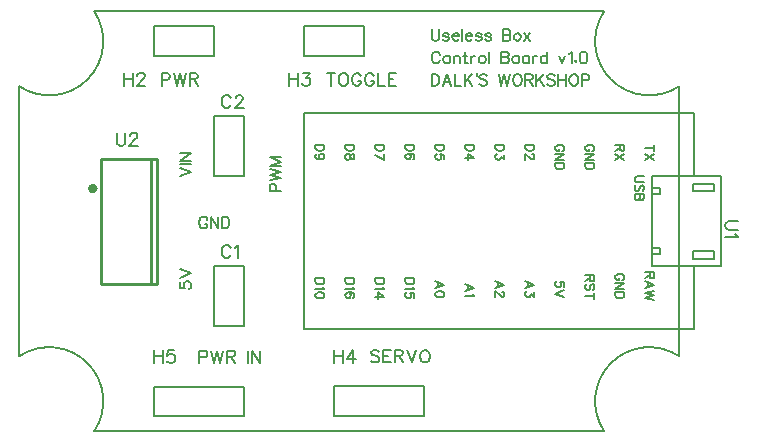
<source format=gto>
G04 Layer: TopSilkscreenLayer*
G04 EasyEDA v6.5.22, 2023-02-27 20:34:50*
G04 caa8996452b24255bb9f00db4a7e08d3,da3b0543d5484e77bd98afd5aefff037,10*
G04 Gerber Generator version 0.2*
G04 Scale: 100 percent, Rotated: No, Reflected: No *
G04 Dimensions in millimeters *
G04 leading zeros omitted , absolute positions ,4 integer and 5 decimal *
%FSLAX45Y45*%
%MOMM*%

%ADD10C,0.2032*%
%ADD11C,0.1524*%
%ADD12C,0.2000*%
%ADD13C,0.2007*%
%ADD14C,0.2540*%
%ADD15C,0.4000*%
%ADD16C,0.0127*%

%LPD*%
D10*
X3619500Y3148837D02*
G01*
X3619500Y3053334D01*
X3619500Y3148837D02*
G01*
X3651250Y3148837D01*
X3664965Y3144265D01*
X3674109Y3135376D01*
X3678681Y3126231D01*
X3683254Y3112515D01*
X3683254Y3089910D01*
X3678681Y3076194D01*
X3674109Y3067050D01*
X3664965Y3057905D01*
X3651250Y3053334D01*
X3619500Y3053334D01*
X3749547Y3148837D02*
G01*
X3713225Y3053334D01*
X3749547Y3148837D02*
G01*
X3785870Y3053334D01*
X3726688Y3085337D02*
G01*
X3772154Y3085337D01*
X3815841Y3148837D02*
G01*
X3815841Y3053334D01*
X3815841Y3053334D02*
G01*
X3870452Y3053334D01*
X3900424Y3148837D02*
G01*
X3900424Y3053334D01*
X3963924Y3148837D02*
G01*
X3900424Y3085337D01*
X3923029Y3107944D02*
G01*
X3963924Y3053334D01*
X4003040Y3162554D02*
G01*
X4003040Y3135376D01*
X4087622Y3135376D02*
G01*
X4078477Y3144265D01*
X4065015Y3148837D01*
X4046727Y3148837D01*
X4033011Y3144265D01*
X4024122Y3135376D01*
X4024122Y3126231D01*
X4028693Y3117087D01*
X4033011Y3112515D01*
X4042156Y3107944D01*
X4069588Y3098800D01*
X4078477Y3094481D01*
X4083050Y3089910D01*
X4087622Y3080765D01*
X4087622Y3067050D01*
X4078477Y3057905D01*
X4065015Y3053334D01*
X4046727Y3053334D01*
X4033011Y3057905D01*
X4024122Y3067050D01*
X4187697Y3148837D02*
G01*
X4210304Y3053334D01*
X4233163Y3148837D02*
G01*
X4210304Y3053334D01*
X4233163Y3148837D02*
G01*
X4255770Y3053334D01*
X4278629Y3148837D02*
G01*
X4255770Y3053334D01*
X4335779Y3148837D02*
G01*
X4326890Y3144265D01*
X4317745Y3135376D01*
X4313174Y3126231D01*
X4308602Y3112515D01*
X4308602Y3089910D01*
X4313174Y3076194D01*
X4317745Y3067050D01*
X4326890Y3057905D01*
X4335779Y3053334D01*
X4354068Y3053334D01*
X4363211Y3057905D01*
X4372102Y3067050D01*
X4376674Y3076194D01*
X4381245Y3089910D01*
X4381245Y3112515D01*
X4376674Y3126231D01*
X4372102Y3135376D01*
X4363211Y3144265D01*
X4354068Y3148837D01*
X4335779Y3148837D01*
X4411218Y3148837D02*
G01*
X4411218Y3053334D01*
X4411218Y3148837D02*
G01*
X4452111Y3148837D01*
X4465827Y3144265D01*
X4470400Y3139694D01*
X4474972Y3130804D01*
X4474972Y3121660D01*
X4470400Y3112515D01*
X4465827Y3107944D01*
X4452111Y3103371D01*
X4411218Y3103371D01*
X4443222Y3103371D02*
G01*
X4474972Y3053334D01*
X4504943Y3148837D02*
G01*
X4504943Y3053334D01*
X4568697Y3148837D02*
G01*
X4504943Y3085337D01*
X4527804Y3107944D02*
G01*
X4568697Y3053334D01*
X4662170Y3135376D02*
G01*
X4653025Y3144265D01*
X4639563Y3148837D01*
X4621275Y3148837D01*
X4607559Y3144265D01*
X4598670Y3135376D01*
X4598670Y3126231D01*
X4603241Y3117087D01*
X4607559Y3112515D01*
X4616704Y3107944D01*
X4644136Y3098800D01*
X4653025Y3094481D01*
X4657597Y3089910D01*
X4662170Y3080765D01*
X4662170Y3067050D01*
X4653025Y3057905D01*
X4639563Y3053334D01*
X4621275Y3053334D01*
X4607559Y3057905D01*
X4598670Y3067050D01*
X4692141Y3148837D02*
G01*
X4692141Y3053334D01*
X4755895Y3148837D02*
G01*
X4755895Y3053334D01*
X4692141Y3103371D02*
G01*
X4755895Y3103371D01*
X4813045Y3148837D02*
G01*
X4804156Y3144265D01*
X4795011Y3135376D01*
X4790440Y3126231D01*
X4785868Y3112515D01*
X4785868Y3089910D01*
X4790440Y3076194D01*
X4795011Y3067050D01*
X4804156Y3057905D01*
X4813045Y3053334D01*
X4831334Y3053334D01*
X4840477Y3057905D01*
X4849622Y3067050D01*
X4853940Y3076194D01*
X4858511Y3089910D01*
X4858511Y3112515D01*
X4853940Y3126231D01*
X4849622Y3135376D01*
X4840477Y3144265D01*
X4831334Y3148837D01*
X4813045Y3148837D01*
X4888484Y3148837D02*
G01*
X4888484Y3053334D01*
X4888484Y3148837D02*
G01*
X4929377Y3148837D01*
X4943093Y3144265D01*
X4947665Y3139694D01*
X4952238Y3130804D01*
X4952238Y3117087D01*
X4947665Y3107944D01*
X4943093Y3103371D01*
X4929377Y3098800D01*
X4888484Y3098800D01*
X3619500Y3529837D02*
G01*
X3619500Y3461765D01*
X3624072Y3448050D01*
X3633215Y3438905D01*
X3646677Y3434334D01*
X3655822Y3434334D01*
X3669538Y3438905D01*
X3678681Y3448050D01*
X3683254Y3461765D01*
X3683254Y3529837D01*
X3763009Y3484371D02*
G01*
X3758691Y3493515D01*
X3744975Y3498087D01*
X3731259Y3498087D01*
X3717797Y3493515D01*
X3713225Y3484371D01*
X3717797Y3475481D01*
X3726688Y3470910D01*
X3749547Y3466337D01*
X3758691Y3461765D01*
X3763009Y3452621D01*
X3763009Y3448050D01*
X3758691Y3438905D01*
X3744975Y3434334D01*
X3731259Y3434334D01*
X3717797Y3438905D01*
X3713225Y3448050D01*
X3793236Y3470910D02*
G01*
X3847591Y3470910D01*
X3847591Y3479800D01*
X3843020Y3488944D01*
X3838702Y3493515D01*
X3829558Y3498087D01*
X3815841Y3498087D01*
X3806697Y3493515D01*
X3797808Y3484371D01*
X3793236Y3470910D01*
X3793236Y3461765D01*
X3797808Y3448050D01*
X3806697Y3438905D01*
X3815841Y3434334D01*
X3829558Y3434334D01*
X3838702Y3438905D01*
X3847591Y3448050D01*
X3877563Y3529837D02*
G01*
X3877563Y3434334D01*
X3907790Y3470910D02*
G01*
X3962145Y3470910D01*
X3962145Y3479800D01*
X3957574Y3488944D01*
X3953256Y3493515D01*
X3944111Y3498087D01*
X3930395Y3498087D01*
X3921252Y3493515D01*
X3912108Y3484371D01*
X3907790Y3470910D01*
X3907790Y3461765D01*
X3912108Y3448050D01*
X3921252Y3438905D01*
X3930395Y3434334D01*
X3944111Y3434334D01*
X3953256Y3438905D01*
X3962145Y3448050D01*
X4042156Y3484371D02*
G01*
X4037584Y3493515D01*
X4024122Y3498087D01*
X4010406Y3498087D01*
X3996690Y3493515D01*
X3992118Y3484371D01*
X3996690Y3475481D01*
X4005834Y3470910D01*
X4028693Y3466337D01*
X4037584Y3461765D01*
X4042156Y3452621D01*
X4042156Y3448050D01*
X4037584Y3438905D01*
X4024122Y3434334D01*
X4010406Y3434334D01*
X3996690Y3438905D01*
X3992118Y3448050D01*
X4122165Y3484371D02*
G01*
X4117593Y3493515D01*
X4104131Y3498087D01*
X4090415Y3498087D01*
X4076700Y3493515D01*
X4072127Y3484371D01*
X4076700Y3475481D01*
X4085843Y3470910D01*
X4108704Y3466337D01*
X4117593Y3461765D01*
X4122165Y3452621D01*
X4122165Y3448050D01*
X4117593Y3438905D01*
X4104131Y3434334D01*
X4090415Y3434334D01*
X4076700Y3438905D01*
X4072127Y3448050D01*
X4222241Y3529837D02*
G01*
X4222241Y3434334D01*
X4222241Y3529837D02*
G01*
X4263136Y3529837D01*
X4276852Y3525265D01*
X4281424Y3520694D01*
X4285741Y3511804D01*
X4285741Y3502660D01*
X4281424Y3493515D01*
X4276852Y3488944D01*
X4263136Y3484371D01*
X4222241Y3484371D02*
G01*
X4263136Y3484371D01*
X4276852Y3479800D01*
X4281424Y3475481D01*
X4285741Y3466337D01*
X4285741Y3452621D01*
X4281424Y3443478D01*
X4276852Y3438905D01*
X4263136Y3434334D01*
X4222241Y3434334D01*
X4338574Y3498087D02*
G01*
X4329429Y3493515D01*
X4320286Y3484371D01*
X4315968Y3470910D01*
X4315968Y3461765D01*
X4320286Y3448050D01*
X4329429Y3438905D01*
X4338574Y3434334D01*
X4352290Y3434334D01*
X4361434Y3438905D01*
X4370324Y3448050D01*
X4374895Y3461765D01*
X4374895Y3470910D01*
X4370324Y3484371D01*
X4361434Y3493515D01*
X4352290Y3498087D01*
X4338574Y3498087D01*
X4404868Y3498087D02*
G01*
X4454906Y3434334D01*
X4454906Y3498087D02*
G01*
X4404868Y3434334D01*
X3687572Y3316731D02*
G01*
X3683254Y3325876D01*
X3674109Y3334765D01*
X3664965Y3339337D01*
X3646677Y3339337D01*
X3637788Y3334765D01*
X3628643Y3325876D01*
X3624072Y3316731D01*
X3619500Y3303015D01*
X3619500Y3280410D01*
X3624072Y3266694D01*
X3628643Y3257550D01*
X3637788Y3248405D01*
X3646677Y3243834D01*
X3664965Y3243834D01*
X3674109Y3248405D01*
X3683254Y3257550D01*
X3687572Y3266694D01*
X3740404Y3307587D02*
G01*
X3731259Y3303015D01*
X3722115Y3293871D01*
X3717797Y3280410D01*
X3717797Y3271265D01*
X3722115Y3257550D01*
X3731259Y3248405D01*
X3740404Y3243834D01*
X3754120Y3243834D01*
X3763009Y3248405D01*
X3772154Y3257550D01*
X3776725Y3271265D01*
X3776725Y3280410D01*
X3772154Y3293871D01*
X3763009Y3303015D01*
X3754120Y3307587D01*
X3740404Y3307587D01*
X3806697Y3307587D02*
G01*
X3806697Y3243834D01*
X3806697Y3289300D02*
G01*
X3820413Y3303015D01*
X3829558Y3307587D01*
X3843020Y3307587D01*
X3852163Y3303015D01*
X3856736Y3289300D01*
X3856736Y3243834D01*
X3900424Y3339337D02*
G01*
X3900424Y3262121D01*
X3904995Y3248405D01*
X3914140Y3243834D01*
X3923029Y3243834D01*
X3886708Y3307587D02*
G01*
X3918711Y3307587D01*
X3953256Y3307587D02*
G01*
X3953256Y3243834D01*
X3953256Y3280410D02*
G01*
X3957574Y3293871D01*
X3966718Y3303015D01*
X3975861Y3307587D01*
X3989577Y3307587D01*
X4042156Y3307587D02*
G01*
X4033011Y3303015D01*
X4024122Y3293871D01*
X4019550Y3280410D01*
X4019550Y3271265D01*
X4024122Y3257550D01*
X4033011Y3248405D01*
X4042156Y3243834D01*
X4055872Y3243834D01*
X4065015Y3248405D01*
X4074159Y3257550D01*
X4078477Y3271265D01*
X4078477Y3280410D01*
X4074159Y3293871D01*
X4065015Y3303015D01*
X4055872Y3307587D01*
X4042156Y3307587D01*
X4108704Y3339337D02*
G01*
X4108704Y3243834D01*
X4208525Y3339337D02*
G01*
X4208525Y3243834D01*
X4208525Y3339337D02*
G01*
X4249420Y3339337D01*
X4263136Y3334765D01*
X4267708Y3330194D01*
X4272279Y3321304D01*
X4272279Y3312160D01*
X4267708Y3303015D01*
X4263136Y3298444D01*
X4249420Y3293871D01*
X4208525Y3293871D02*
G01*
X4249420Y3293871D01*
X4263136Y3289300D01*
X4267708Y3284981D01*
X4272279Y3275837D01*
X4272279Y3262121D01*
X4267708Y3252978D01*
X4263136Y3248405D01*
X4249420Y3243834D01*
X4208525Y3243834D01*
X4324858Y3307587D02*
G01*
X4315968Y3303015D01*
X4306824Y3293871D01*
X4302252Y3280410D01*
X4302252Y3271265D01*
X4306824Y3257550D01*
X4315968Y3248405D01*
X4324858Y3243834D01*
X4338574Y3243834D01*
X4347718Y3248405D01*
X4356861Y3257550D01*
X4361434Y3271265D01*
X4361434Y3280410D01*
X4356861Y3293871D01*
X4347718Y3303015D01*
X4338574Y3307587D01*
X4324858Y3307587D01*
X4445761Y3307587D02*
G01*
X4445761Y3243834D01*
X4445761Y3293871D02*
G01*
X4436872Y3303015D01*
X4427727Y3307587D01*
X4414011Y3307587D01*
X4404868Y3303015D01*
X4395977Y3293871D01*
X4391406Y3280410D01*
X4391406Y3271265D01*
X4395977Y3257550D01*
X4404868Y3248405D01*
X4414011Y3243834D01*
X4427727Y3243834D01*
X4436872Y3248405D01*
X4445761Y3257550D01*
X4475988Y3307587D02*
G01*
X4475988Y3243834D01*
X4475988Y3280410D02*
G01*
X4480306Y3293871D01*
X4489450Y3303015D01*
X4498593Y3307587D01*
X4512309Y3307587D01*
X4596891Y3339337D02*
G01*
X4596891Y3243834D01*
X4596891Y3293871D02*
G01*
X4587747Y3303015D01*
X4578604Y3307587D01*
X4564888Y3307587D01*
X4555743Y3303015D01*
X4546854Y3293871D01*
X4542281Y3280410D01*
X4542281Y3271265D01*
X4546854Y3257550D01*
X4555743Y3248405D01*
X4564888Y3243834D01*
X4578604Y3243834D01*
X4587747Y3248405D01*
X4596891Y3257550D01*
X4696713Y3307587D02*
G01*
X4724145Y3243834D01*
X4751324Y3307587D02*
G01*
X4724145Y3243834D01*
X4781295Y3321304D02*
G01*
X4790440Y3325876D01*
X4804156Y3339337D01*
X4804156Y3243834D01*
X4838700Y3266694D02*
G01*
X4834127Y3262121D01*
X4838700Y3257550D01*
X4843018Y3262121D01*
X4838700Y3266694D01*
X4900422Y3339337D02*
G01*
X4886706Y3334765D01*
X4877561Y3321304D01*
X4873243Y3298444D01*
X4873243Y3284981D01*
X4877561Y3262121D01*
X4886706Y3248405D01*
X4900422Y3243834D01*
X4909565Y3243834D01*
X4923027Y3248405D01*
X4932172Y3262121D01*
X4936743Y3284981D01*
X4936743Y3298444D01*
X4932172Y3321304D01*
X4923027Y3334765D01*
X4909565Y3339337D01*
X4900422Y3339337D01*
X1486661Y2286000D02*
G01*
X1582165Y2322321D01*
X1486661Y2358644D02*
G01*
X1582165Y2322321D01*
X1486661Y2388615D02*
G01*
X1582165Y2388615D01*
X1486661Y2418842D02*
G01*
X1582165Y2418842D01*
X1486661Y2418842D02*
G01*
X1582165Y2482342D01*
X1486661Y2482342D02*
G01*
X1582165Y2482342D01*
X1719072Y1919731D02*
G01*
X1714754Y1928876D01*
X1705609Y1937765D01*
X1696465Y1942337D01*
X1678177Y1942337D01*
X1669288Y1937765D01*
X1660143Y1928876D01*
X1655572Y1919731D01*
X1651000Y1906015D01*
X1651000Y1883410D01*
X1655572Y1869694D01*
X1660143Y1860550D01*
X1669288Y1851405D01*
X1678177Y1846834D01*
X1696465Y1846834D01*
X1705609Y1851405D01*
X1714754Y1860550D01*
X1719072Y1869694D01*
X1719072Y1883410D01*
X1696465Y1883410D02*
G01*
X1719072Y1883410D01*
X1749297Y1942337D02*
G01*
X1749297Y1846834D01*
X1749297Y1942337D02*
G01*
X1812797Y1846834D01*
X1812797Y1942337D02*
G01*
X1812797Y1846834D01*
X1842770Y1942337D02*
G01*
X1842770Y1846834D01*
X1842770Y1942337D02*
G01*
X1874520Y1942337D01*
X1888236Y1937765D01*
X1897379Y1928876D01*
X1901952Y1919731D01*
X1906524Y1906015D01*
X1906524Y1883410D01*
X1901952Y1869694D01*
X1897379Y1860550D01*
X1888236Y1851405D01*
X1874520Y1846834D01*
X1842770Y1846834D01*
X1486715Y1388163D02*
G01*
X1486715Y1342697D01*
X1527609Y1338125D01*
X1523037Y1342697D01*
X1518465Y1356159D01*
X1518465Y1369875D01*
X1523037Y1383591D01*
X1531927Y1392481D01*
X1545643Y1397053D01*
X1554787Y1397053D01*
X1568503Y1392481D01*
X1577393Y1383591D01*
X1581965Y1369875D01*
X1581965Y1356159D01*
X1577393Y1342697D01*
X1573075Y1338125D01*
X1563931Y1333553D01*
X1486715Y1427025D02*
G01*
X1581965Y1463601D01*
X1486715Y1499923D02*
G01*
X1581965Y1463601D01*
X2248661Y2159000D02*
G01*
X2344165Y2159000D01*
X2248661Y2159000D02*
G01*
X2248661Y2199894D01*
X2253234Y2213610D01*
X2257806Y2218181D01*
X2266695Y2222754D01*
X2280411Y2222754D01*
X2289556Y2218181D01*
X2294127Y2213610D01*
X2298700Y2199894D01*
X2298700Y2159000D01*
X2248661Y2252726D02*
G01*
X2344165Y2275331D01*
X2248661Y2298192D02*
G01*
X2344165Y2275331D01*
X2248661Y2298192D02*
G01*
X2344165Y2320797D01*
X2248661Y2343657D02*
G01*
X2344165Y2320797D01*
X2248661Y2373629D02*
G01*
X2344165Y2373629D01*
X2248661Y2373629D02*
G01*
X2344165Y2409952D01*
X2248661Y2446273D02*
G01*
X2344165Y2409952D01*
X2248661Y2446273D02*
G01*
X2344165Y2446273D01*
X1651000Y809497D02*
G01*
X1651000Y704595D01*
X1651000Y809497D02*
G01*
X1695958Y809497D01*
X1710943Y804418D01*
X1716024Y799592D01*
X1721104Y789431D01*
X1721104Y774445D01*
X1716024Y764539D01*
X1710943Y759460D01*
X1695958Y754379D01*
X1651000Y754379D01*
X1754124Y809497D02*
G01*
X1779015Y704595D01*
X1803908Y809497D02*
G01*
X1779015Y704595D01*
X1803908Y809497D02*
G01*
X1829054Y704595D01*
X1853945Y809497D02*
G01*
X1829054Y704595D01*
X1886965Y809497D02*
G01*
X1886965Y704595D01*
X1886965Y809497D02*
G01*
X1931924Y809497D01*
X1946909Y804418D01*
X1951990Y799592D01*
X1957070Y789431D01*
X1957070Y779526D01*
X1951990Y769620D01*
X1946909Y764539D01*
X1931924Y759460D01*
X1886965Y759460D01*
X1922018Y759460D02*
G01*
X1957070Y704595D01*
X2067052Y809497D02*
G01*
X2067052Y704595D01*
X2100072Y809497D02*
G01*
X2100072Y704595D01*
X2100072Y809497D02*
G01*
X2169922Y704595D01*
X2169922Y809497D02*
G01*
X2169922Y704595D01*
X3175561Y800554D02*
G01*
X3165401Y810460D01*
X3150415Y815540D01*
X3130349Y815540D01*
X3115363Y810460D01*
X3105457Y800554D01*
X3105457Y790648D01*
X3110537Y780488D01*
X3115363Y775662D01*
X3125523Y770582D01*
X3155495Y760422D01*
X3165401Y755596D01*
X3170481Y750516D01*
X3175561Y740610D01*
X3175561Y725624D01*
X3165401Y715464D01*
X3150415Y710638D01*
X3130349Y710638D01*
X3115363Y715464D01*
X3105457Y725624D01*
X3208581Y815540D02*
G01*
X3208581Y710638D01*
X3208581Y815540D02*
G01*
X3273351Y815540D01*
X3208581Y765502D02*
G01*
X3248459Y765502D01*
X3208581Y710638D02*
G01*
X3273351Y710638D01*
X3306371Y815540D02*
G01*
X3306371Y710638D01*
X3306371Y815540D02*
G01*
X3351583Y815540D01*
X3366569Y810460D01*
X3371395Y805634D01*
X3376475Y795474D01*
X3376475Y785568D01*
X3371395Y775662D01*
X3366569Y770582D01*
X3351583Y765502D01*
X3306371Y765502D01*
X3341423Y765502D02*
G01*
X3376475Y710638D01*
X3409495Y815540D02*
G01*
X3449373Y710638D01*
X3489505Y815540D02*
G01*
X3449373Y710638D01*
X3552497Y815540D02*
G01*
X3542337Y810460D01*
X3532431Y800554D01*
X3527351Y790648D01*
X3522525Y775662D01*
X3522525Y750516D01*
X3527351Y735530D01*
X3532431Y725624D01*
X3542337Y715464D01*
X3552497Y710638D01*
X3572563Y710638D01*
X3582469Y715464D01*
X3592375Y725624D01*
X3597455Y735530D01*
X3602535Y750516D01*
X3602535Y775662D01*
X3597455Y790648D01*
X3592375Y800554D01*
X3582469Y810460D01*
X3572563Y815540D01*
X3552497Y815540D01*
X1333500Y3158997D02*
G01*
X1333500Y3054095D01*
X1333500Y3158997D02*
G01*
X1378458Y3158997D01*
X1393443Y3153918D01*
X1398524Y3149092D01*
X1403604Y3138931D01*
X1403604Y3123945D01*
X1398524Y3114039D01*
X1393443Y3108960D01*
X1378458Y3103879D01*
X1333500Y3103879D01*
X1436624Y3158997D02*
G01*
X1461515Y3054095D01*
X1486408Y3158997D02*
G01*
X1461515Y3054095D01*
X1486408Y3158997D02*
G01*
X1511554Y3054095D01*
X1536445Y3158997D02*
G01*
X1511554Y3054095D01*
X1569465Y3158997D02*
G01*
X1569465Y3054095D01*
X1569465Y3158997D02*
G01*
X1614424Y3158997D01*
X1629409Y3153918D01*
X1634490Y3149092D01*
X1639570Y3138931D01*
X1639570Y3129026D01*
X1634490Y3119120D01*
X1629409Y3114039D01*
X1614424Y3108960D01*
X1569465Y3108960D01*
X1604518Y3108960D02*
G01*
X1639570Y3054095D01*
X2765552Y3159023D02*
G01*
X2765552Y3054121D01*
X2730500Y3159023D02*
G01*
X2800604Y3159023D01*
X2863595Y3159023D02*
G01*
X2853436Y3153943D01*
X2843529Y3144037D01*
X2838450Y3133877D01*
X2833624Y3118891D01*
X2833624Y3093999D01*
X2838450Y3079013D01*
X2843529Y3069107D01*
X2853436Y3058947D01*
X2863595Y3054121D01*
X2883408Y3054121D01*
X2893568Y3058947D01*
X2903474Y3069107D01*
X2908554Y3079013D01*
X2913379Y3093999D01*
X2913379Y3118891D01*
X2908554Y3133877D01*
X2903474Y3144037D01*
X2893568Y3153943D01*
X2883408Y3159023D01*
X2863595Y3159023D01*
X3021584Y3133877D02*
G01*
X3016504Y3144037D01*
X3006597Y3153943D01*
X2996438Y3159023D01*
X2976625Y3159023D01*
X2966465Y3153943D01*
X2956559Y3144037D01*
X2951479Y3133877D01*
X2946400Y3118891D01*
X2946400Y3093999D01*
X2951479Y3079013D01*
X2956559Y3069107D01*
X2966465Y3058947D01*
X2976625Y3054121D01*
X2996438Y3054121D01*
X3006597Y3058947D01*
X3016504Y3069107D01*
X3021584Y3079013D01*
X3021584Y3093999D01*
X2996438Y3093999D02*
G01*
X3021584Y3093999D01*
X3129534Y3133877D02*
G01*
X3124454Y3144037D01*
X3114547Y3153943D01*
X3104388Y3159023D01*
X3084575Y3159023D01*
X3074415Y3153943D01*
X3064509Y3144037D01*
X3059429Y3133877D01*
X3054604Y3118891D01*
X3054604Y3093999D01*
X3059429Y3079013D01*
X3064509Y3069107D01*
X3074415Y3058947D01*
X3084575Y3054121D01*
X3104388Y3054121D01*
X3114547Y3058947D01*
X3124454Y3069107D01*
X3129534Y3079013D01*
X3129534Y3093999D01*
X3104388Y3093999D02*
G01*
X3129534Y3093999D01*
X3162554Y3159023D02*
G01*
X3162554Y3054121D01*
X3162554Y3054121D02*
G01*
X3222497Y3054121D01*
X3255518Y3159023D02*
G01*
X3255518Y3054121D01*
X3255518Y3159023D02*
G01*
X3320541Y3159023D01*
X3255518Y3108985D02*
G01*
X3295395Y3108985D01*
X3255518Y3054121D02*
G01*
X3320541Y3054121D01*
D11*
X1919477Y1676907D02*
G01*
X1914143Y1687321D01*
X1903729Y1697736D01*
X1893570Y1702815D01*
X1872741Y1702815D01*
X1862327Y1697736D01*
X1851913Y1687321D01*
X1846579Y1676907D01*
X1841500Y1661160D01*
X1841500Y1635252D01*
X1846579Y1619757D01*
X1851913Y1609344D01*
X1862327Y1598929D01*
X1872741Y1593850D01*
X1893570Y1593850D01*
X1903729Y1598929D01*
X1914143Y1609344D01*
X1919477Y1619757D01*
X1953768Y1681987D02*
G01*
X1964181Y1687321D01*
X1979675Y1702815D01*
X1979675Y1593850D01*
X1919477Y2946907D02*
G01*
X1914143Y2957321D01*
X1903729Y2967736D01*
X1893570Y2972815D01*
X1872741Y2972815D01*
X1862327Y2967736D01*
X1851913Y2957321D01*
X1846579Y2946907D01*
X1841500Y2931160D01*
X1841500Y2905252D01*
X1846579Y2889757D01*
X1851913Y2879344D01*
X1862327Y2868929D01*
X1872741Y2863850D01*
X1893570Y2863850D01*
X1903729Y2868929D01*
X1914143Y2879344D01*
X1919477Y2889757D01*
X1958847Y2946907D02*
G01*
X1958847Y2951987D01*
X1964181Y2962402D01*
X1969261Y2967736D01*
X1979675Y2972815D01*
X2000504Y2972815D01*
X2010918Y2967736D01*
X2015997Y2962402D01*
X2021331Y2951987D01*
X2021331Y2941573D01*
X2015997Y2931160D01*
X2005584Y2915665D01*
X1953768Y2863850D01*
X2026411Y2863850D01*
X6211315Y1905000D02*
G01*
X6133338Y1905000D01*
X6117843Y1899920D01*
X6107429Y1889505D01*
X6102350Y1873757D01*
X6102350Y1863344D01*
X6107429Y1847850D01*
X6117843Y1837436D01*
X6133338Y1832355D01*
X6211315Y1832355D01*
X6190488Y1798065D02*
G01*
X6195822Y1787652D01*
X6211315Y1771904D01*
X6102350Y1771904D01*
X5504941Y2526792D02*
G01*
X5427218Y2526792D01*
X5504941Y2552700D02*
G01*
X5504941Y2500884D01*
X5504941Y2476500D02*
G01*
X5427218Y2424937D01*
X5504941Y2424937D02*
G01*
X5427218Y2476500D01*
X5250941Y2552700D02*
G01*
X5173218Y2552700D01*
X5250941Y2552700D02*
G01*
X5250941Y2519426D01*
X5247131Y2508250D01*
X5243575Y2504694D01*
X5236209Y2500884D01*
X5228843Y2500884D01*
X5221477Y2504694D01*
X5217668Y2508250D01*
X5213858Y2519426D01*
X5213858Y2552700D01*
X5213858Y2526792D02*
G01*
X5173218Y2500884D01*
X5250941Y2476500D02*
G01*
X5173218Y2424937D01*
X5250941Y2424937D02*
G01*
X5173218Y2476500D01*
X4724400Y2497328D02*
G01*
X4731765Y2500884D01*
X4739131Y2508250D01*
X4742941Y2515870D01*
X4742941Y2530602D01*
X4739131Y2537968D01*
X4731765Y2545334D01*
X4724400Y2548889D01*
X4713477Y2552700D01*
X4694936Y2552700D01*
X4683759Y2548889D01*
X4676393Y2545334D01*
X4669027Y2537968D01*
X4665218Y2530602D01*
X4665218Y2515870D01*
X4669027Y2508250D01*
X4676393Y2500884D01*
X4683759Y2497328D01*
X4694936Y2497328D01*
X4694936Y2515870D02*
G01*
X4694936Y2497328D01*
X4742941Y2472944D02*
G01*
X4665218Y2472944D01*
X4742941Y2472944D02*
G01*
X4665218Y2421128D01*
X4742941Y2421128D02*
G01*
X4665218Y2421128D01*
X4742941Y2396744D02*
G01*
X4665218Y2396744D01*
X4742941Y2396744D02*
G01*
X4742941Y2370836D01*
X4739131Y2359913D01*
X4731765Y2352547D01*
X4724400Y2348737D01*
X4713477Y2345181D01*
X4694936Y2345181D01*
X4683759Y2348737D01*
X4676393Y2352547D01*
X4669027Y2359913D01*
X4665218Y2370836D01*
X4665218Y2396744D01*
X5232400Y1405128D02*
G01*
X5239765Y1408684D01*
X5247131Y1416050D01*
X5250941Y1423670D01*
X5250941Y1438402D01*
X5247131Y1445768D01*
X5239765Y1453134D01*
X5232400Y1456689D01*
X5221477Y1460500D01*
X5202936Y1460500D01*
X5191759Y1456689D01*
X5184393Y1453134D01*
X5177027Y1445768D01*
X5173218Y1438402D01*
X5173218Y1423670D01*
X5177027Y1416050D01*
X5184393Y1408684D01*
X5191759Y1405128D01*
X5202936Y1405128D01*
X5202936Y1423670D02*
G01*
X5202936Y1405128D01*
X5250941Y1380744D02*
G01*
X5173218Y1380744D01*
X5250941Y1380744D02*
G01*
X5173218Y1328928D01*
X5250941Y1328928D02*
G01*
X5173218Y1328928D01*
X5250941Y1304544D02*
G01*
X5173218Y1304544D01*
X5250941Y1304544D02*
G01*
X5250941Y1278636D01*
X5247131Y1267713D01*
X5239765Y1260347D01*
X5232400Y1256537D01*
X5221477Y1252981D01*
X5202936Y1252981D01*
X5191759Y1256537D01*
X5184393Y1260347D01*
X5177027Y1267713D01*
X5173218Y1278636D01*
X5173218Y1304544D01*
X5504941Y1473200D02*
G01*
X5427218Y1473200D01*
X5504941Y1473200D02*
G01*
X5504941Y1439926D01*
X5501131Y1428750D01*
X5497575Y1425194D01*
X5490209Y1421384D01*
X5482843Y1421384D01*
X5475477Y1425194D01*
X5471668Y1428750D01*
X5467858Y1439926D01*
X5467858Y1473200D01*
X5467858Y1447292D02*
G01*
X5427218Y1421384D01*
X5504941Y1367536D02*
G01*
X5427218Y1397000D01*
X5504941Y1367536D02*
G01*
X5427218Y1338071D01*
X5453125Y1386078D02*
G01*
X5453125Y1348994D01*
X5504941Y1313687D02*
G01*
X5427218Y1295145D01*
X5504941Y1276604D02*
G01*
X5427218Y1295145D01*
X5504941Y1276604D02*
G01*
X5427218Y1258062D01*
X5504941Y1239773D02*
G01*
X5427218Y1258062D01*
X4488941Y2552700D02*
G01*
X4411218Y2552700D01*
X4488941Y2552700D02*
G01*
X4488941Y2526792D01*
X4485131Y2515870D01*
X4477765Y2508250D01*
X4470400Y2504694D01*
X4459477Y2500884D01*
X4440936Y2500884D01*
X4429759Y2504694D01*
X4422393Y2508250D01*
X4415027Y2515870D01*
X4411218Y2526792D01*
X4411218Y2552700D01*
X4470400Y2472944D02*
G01*
X4474209Y2472944D01*
X4481575Y2469134D01*
X4485131Y2465578D01*
X4488941Y2458212D01*
X4488941Y2443226D01*
X4485131Y2435860D01*
X4481575Y2432304D01*
X4474209Y2428494D01*
X4466843Y2428494D01*
X4459477Y2432304D01*
X4448302Y2439670D01*
X4411218Y2476500D01*
X4411218Y2424937D01*
X4234941Y2552700D02*
G01*
X4157218Y2552700D01*
X4234941Y2552700D02*
G01*
X4234941Y2526792D01*
X4231131Y2515870D01*
X4223765Y2508250D01*
X4216400Y2504694D01*
X4205477Y2500884D01*
X4186936Y2500884D01*
X4175759Y2504694D01*
X4168393Y2508250D01*
X4161027Y2515870D01*
X4157218Y2526792D01*
X4157218Y2552700D01*
X4234941Y2469134D02*
G01*
X4234941Y2428494D01*
X4205477Y2450845D01*
X4205477Y2439670D01*
X4201668Y2432304D01*
X4197858Y2428494D01*
X4186936Y2424937D01*
X4179570Y2424937D01*
X4168393Y2428494D01*
X4161027Y2435860D01*
X4157218Y2447036D01*
X4157218Y2458212D01*
X4161027Y2469134D01*
X4164838Y2472944D01*
X4172204Y2476500D01*
X3980941Y2552700D02*
G01*
X3903218Y2552700D01*
X3980941Y2552700D02*
G01*
X3980941Y2526792D01*
X3977131Y2515870D01*
X3969765Y2508250D01*
X3962400Y2504694D01*
X3951477Y2500884D01*
X3932936Y2500884D01*
X3921759Y2504694D01*
X3914393Y2508250D01*
X3907027Y2515870D01*
X3903218Y2526792D01*
X3903218Y2552700D01*
X3980941Y2439670D02*
G01*
X3929125Y2476500D01*
X3929125Y2421128D01*
X3980941Y2439670D02*
G01*
X3903218Y2439670D01*
X3726941Y2552700D02*
G01*
X3649218Y2552700D01*
X3726941Y2552700D02*
G01*
X3726941Y2526792D01*
X3723131Y2515870D01*
X3715765Y2508250D01*
X3708400Y2504694D01*
X3697477Y2500884D01*
X3678936Y2500884D01*
X3667759Y2504694D01*
X3660393Y2508250D01*
X3653027Y2515870D01*
X3649218Y2526792D01*
X3649218Y2552700D01*
X3726941Y2432304D02*
G01*
X3726941Y2469134D01*
X3693668Y2472944D01*
X3697477Y2469134D01*
X3701034Y2458212D01*
X3701034Y2447036D01*
X3697477Y2435860D01*
X3689858Y2428494D01*
X3678936Y2424937D01*
X3671570Y2424937D01*
X3660393Y2428494D01*
X3653027Y2435860D01*
X3649218Y2447036D01*
X3649218Y2458212D01*
X3653027Y2469134D01*
X3656838Y2472944D01*
X3664204Y2476500D01*
X3472941Y2552700D02*
G01*
X3395218Y2552700D01*
X3472941Y2552700D02*
G01*
X3472941Y2526792D01*
X3469131Y2515870D01*
X3461765Y2508250D01*
X3454400Y2504694D01*
X3443477Y2500884D01*
X3424936Y2500884D01*
X3413759Y2504694D01*
X3406393Y2508250D01*
X3399027Y2515870D01*
X3395218Y2526792D01*
X3395218Y2552700D01*
X3461765Y2432304D02*
G01*
X3469131Y2435860D01*
X3472941Y2447036D01*
X3472941Y2454402D01*
X3469131Y2465578D01*
X3458209Y2472944D01*
X3439668Y2476500D01*
X3421125Y2476500D01*
X3406393Y2472944D01*
X3399027Y2465578D01*
X3395218Y2454402D01*
X3395218Y2450845D01*
X3399027Y2439670D01*
X3406393Y2432304D01*
X3417570Y2428494D01*
X3421125Y2428494D01*
X3432302Y2432304D01*
X3439668Y2439670D01*
X3443477Y2450845D01*
X3443477Y2454402D01*
X3439668Y2465578D01*
X3432302Y2472944D01*
X3421125Y2476500D01*
X3218941Y2552700D02*
G01*
X3141218Y2552700D01*
X3218941Y2552700D02*
G01*
X3218941Y2526792D01*
X3215131Y2515870D01*
X3207765Y2508250D01*
X3200400Y2504694D01*
X3189477Y2500884D01*
X3170936Y2500884D01*
X3159759Y2504694D01*
X3152393Y2508250D01*
X3145027Y2515870D01*
X3141218Y2526792D01*
X3141218Y2552700D01*
X3218941Y2424937D02*
G01*
X3141218Y2461768D01*
X3218941Y2476500D02*
G01*
X3218941Y2424937D01*
X2964941Y2552700D02*
G01*
X2887218Y2552700D01*
X2964941Y2552700D02*
G01*
X2964941Y2526792D01*
X2961131Y2515870D01*
X2953765Y2508250D01*
X2946400Y2504694D01*
X2935477Y2500884D01*
X2916936Y2500884D01*
X2905759Y2504694D01*
X2898393Y2508250D01*
X2891027Y2515870D01*
X2887218Y2526792D01*
X2887218Y2552700D01*
X2964941Y2458212D02*
G01*
X2961131Y2469134D01*
X2953765Y2472944D01*
X2946400Y2472944D01*
X2939034Y2469134D01*
X2935477Y2461768D01*
X2931668Y2447036D01*
X2927858Y2435860D01*
X2920491Y2428494D01*
X2913125Y2424937D01*
X2902204Y2424937D01*
X2894838Y2428494D01*
X2891027Y2432304D01*
X2887218Y2443226D01*
X2887218Y2458212D01*
X2891027Y2469134D01*
X2894838Y2472944D01*
X2902204Y2476500D01*
X2913125Y2476500D01*
X2920491Y2472944D01*
X2927858Y2465578D01*
X2931668Y2454402D01*
X2935477Y2439670D01*
X2939034Y2432304D01*
X2946400Y2428494D01*
X2953765Y2428494D01*
X2961131Y2432304D01*
X2964941Y2443226D01*
X2964941Y2458212D01*
X2710941Y2552700D02*
G01*
X2633218Y2552700D01*
X2710941Y2552700D02*
G01*
X2710941Y2526792D01*
X2707131Y2515870D01*
X2699765Y2508250D01*
X2692400Y2504694D01*
X2681477Y2500884D01*
X2662936Y2500884D01*
X2651759Y2504694D01*
X2644393Y2508250D01*
X2637027Y2515870D01*
X2633218Y2526792D01*
X2633218Y2552700D01*
X2685034Y2428494D02*
G01*
X2673858Y2432304D01*
X2666491Y2439670D01*
X2662936Y2450845D01*
X2662936Y2454402D01*
X2666491Y2465578D01*
X2673858Y2472944D01*
X2685034Y2476500D01*
X2688843Y2476500D01*
X2699765Y2472944D01*
X2707131Y2465578D01*
X2710941Y2454402D01*
X2710941Y2450845D01*
X2707131Y2439670D01*
X2699765Y2432304D01*
X2685034Y2428494D01*
X2666491Y2428494D01*
X2648204Y2432304D01*
X2637027Y2439670D01*
X2633218Y2450845D01*
X2633218Y2458212D01*
X2637027Y2469134D01*
X2644393Y2472944D01*
X4996941Y1447800D02*
G01*
X4919218Y1447800D01*
X4996941Y1447800D02*
G01*
X4996941Y1414526D01*
X4993131Y1403350D01*
X4989575Y1399794D01*
X4982209Y1395984D01*
X4974843Y1395984D01*
X4967477Y1399794D01*
X4963668Y1403350D01*
X4959858Y1414526D01*
X4959858Y1447800D01*
X4959858Y1421892D02*
G01*
X4919218Y1395984D01*
X4985765Y1320037D02*
G01*
X4993131Y1327404D01*
X4996941Y1338326D01*
X4996941Y1353312D01*
X4993131Y1364234D01*
X4985765Y1371600D01*
X4978400Y1371600D01*
X4971034Y1368044D01*
X4967477Y1364234D01*
X4963668Y1356868D01*
X4956302Y1334770D01*
X4952491Y1327404D01*
X4948936Y1323594D01*
X4941570Y1320037D01*
X4930393Y1320037D01*
X4923027Y1327404D01*
X4919218Y1338326D01*
X4919218Y1353312D01*
X4923027Y1364234D01*
X4930393Y1371600D01*
X4996941Y1269745D02*
G01*
X4919218Y1269745D01*
X4996941Y1295654D02*
G01*
X4996941Y1243837D01*
X4742941Y1352550D02*
G01*
X4742941Y1389634D01*
X4709668Y1393189D01*
X4713477Y1389634D01*
X4717034Y1378457D01*
X4717034Y1367536D01*
X4713477Y1356360D01*
X4705858Y1348994D01*
X4694936Y1345184D01*
X4687570Y1345184D01*
X4676393Y1348994D01*
X4669027Y1356360D01*
X4665218Y1367536D01*
X4665218Y1378457D01*
X4669027Y1389634D01*
X4672838Y1393189D01*
X4680204Y1397000D01*
X4742941Y1320800D02*
G01*
X4665218Y1291336D01*
X4742941Y1261871D02*
G01*
X4665218Y1291336D01*
X4488941Y1367536D02*
G01*
X4411218Y1397000D01*
X4488941Y1367536D02*
G01*
X4411218Y1337818D01*
X4437125Y1385823D02*
G01*
X4437125Y1348994D01*
X4488941Y1306068D02*
G01*
X4488941Y1265428D01*
X4459477Y1287526D01*
X4459477Y1276604D01*
X4455668Y1269237D01*
X4451858Y1265428D01*
X4440936Y1261871D01*
X4433570Y1261871D01*
X4422393Y1265428D01*
X4415027Y1272794D01*
X4411218Y1283970D01*
X4411218Y1295145D01*
X4415027Y1306068D01*
X4418838Y1309878D01*
X4426204Y1313434D01*
X4234941Y1367536D02*
G01*
X4157218Y1397000D01*
X4234941Y1367536D02*
G01*
X4157218Y1337818D01*
X4183125Y1385823D02*
G01*
X4183125Y1348994D01*
X4216400Y1309878D02*
G01*
X4220209Y1309878D01*
X4227575Y1306068D01*
X4231131Y1302512D01*
X4234941Y1295145D01*
X4234941Y1280160D01*
X4231131Y1272794D01*
X4227575Y1269237D01*
X4220209Y1265428D01*
X4212843Y1265428D01*
X4205477Y1269237D01*
X4194302Y1276604D01*
X4157218Y1313434D01*
X4157218Y1261871D01*
X3980941Y1342136D02*
G01*
X3903218Y1371600D01*
X3980941Y1342136D02*
G01*
X3903218Y1312418D01*
X3929125Y1360423D02*
G01*
X3929125Y1323594D01*
X3966209Y1288034D02*
G01*
X3969765Y1280668D01*
X3980941Y1269745D01*
X3903218Y1269745D01*
X3726941Y1367536D02*
G01*
X3649218Y1397000D01*
X3726941Y1367536D02*
G01*
X3649218Y1337818D01*
X3675125Y1385823D02*
G01*
X3675125Y1348994D01*
X3726941Y1291336D02*
G01*
X3723131Y1302512D01*
X3712209Y1309878D01*
X3693668Y1313434D01*
X3682491Y1313434D01*
X3664204Y1309878D01*
X3653027Y1302512D01*
X3649218Y1291336D01*
X3649218Y1283970D01*
X3653027Y1272794D01*
X3664204Y1265428D01*
X3682491Y1261871D01*
X3693668Y1261871D01*
X3712209Y1265428D01*
X3723131Y1272794D01*
X3726941Y1283970D01*
X3726941Y1291336D01*
X3472941Y1422400D02*
G01*
X3395218Y1422400D01*
X3472941Y1422400D02*
G01*
X3472941Y1396492D01*
X3469131Y1385570D01*
X3461765Y1377950D01*
X3454400Y1374394D01*
X3443477Y1370584D01*
X3424936Y1370584D01*
X3413759Y1374394D01*
X3406393Y1377950D01*
X3399027Y1385570D01*
X3395218Y1396492D01*
X3395218Y1422400D01*
X3458209Y1346200D02*
G01*
X3461765Y1338834D01*
X3472941Y1327912D01*
X3395218Y1327912D01*
X3472941Y1259078D02*
G01*
X3472941Y1296162D01*
X3439668Y1299718D01*
X3443477Y1296162D01*
X3447034Y1284986D01*
X3447034Y1273810D01*
X3443477Y1262887D01*
X3435858Y1255521D01*
X3424936Y1251712D01*
X3417570Y1251712D01*
X3406393Y1255521D01*
X3399027Y1262887D01*
X3395218Y1273810D01*
X3395218Y1284986D01*
X3399027Y1296162D01*
X3402838Y1299718D01*
X3410204Y1303528D01*
X3218941Y1422400D02*
G01*
X3141218Y1422400D01*
X3218941Y1422400D02*
G01*
X3218941Y1396492D01*
X3215131Y1385570D01*
X3207765Y1377950D01*
X3200400Y1374394D01*
X3189477Y1370584D01*
X3170936Y1370584D01*
X3159759Y1374394D01*
X3152393Y1377950D01*
X3145027Y1385570D01*
X3141218Y1396492D01*
X3141218Y1422400D01*
X3204209Y1346200D02*
G01*
X3207765Y1338834D01*
X3218941Y1327912D01*
X3141218Y1327912D01*
X3218941Y1266444D02*
G01*
X3167125Y1303528D01*
X3167125Y1247902D01*
X3218941Y1266444D02*
G01*
X3141218Y1266444D01*
X2964941Y1422400D02*
G01*
X2887218Y1422400D01*
X2964941Y1422400D02*
G01*
X2964941Y1396492D01*
X2961131Y1385570D01*
X2953765Y1377950D01*
X2946400Y1374394D01*
X2935477Y1370584D01*
X2916936Y1370584D01*
X2905759Y1374394D01*
X2898393Y1377950D01*
X2891027Y1385570D01*
X2887218Y1396492D01*
X2887218Y1422400D01*
X2950209Y1346200D02*
G01*
X2953765Y1338834D01*
X2964941Y1327912D01*
X2887218Y1327912D01*
X2953765Y1259078D02*
G01*
X2961131Y1262887D01*
X2964941Y1273810D01*
X2964941Y1281176D01*
X2961131Y1292352D01*
X2950209Y1299718D01*
X2931668Y1303528D01*
X2913125Y1303528D01*
X2898393Y1299718D01*
X2891027Y1292352D01*
X2887218Y1281176D01*
X2887218Y1277620D01*
X2891027Y1266444D01*
X2898393Y1259078D01*
X2909570Y1255521D01*
X2913125Y1255521D01*
X2924302Y1259078D01*
X2931668Y1266444D01*
X2935477Y1277620D01*
X2935477Y1281176D01*
X2931668Y1292352D01*
X2924302Y1299718D01*
X2913125Y1303528D01*
X2710941Y1422400D02*
G01*
X2633218Y1422400D01*
X2710941Y1422400D02*
G01*
X2710941Y1396492D01*
X2707131Y1385570D01*
X2699765Y1377950D01*
X2692400Y1374394D01*
X2681477Y1370584D01*
X2662936Y1370584D01*
X2651759Y1374394D01*
X2644393Y1377950D01*
X2637027Y1385570D01*
X2633218Y1396492D01*
X2633218Y1422400D01*
X2696209Y1346200D02*
G01*
X2699765Y1338834D01*
X2710941Y1327912D01*
X2633218Y1327912D01*
X2710941Y1281176D02*
G01*
X2707131Y1292352D01*
X2696209Y1299718D01*
X2677668Y1303528D01*
X2666491Y1303528D01*
X2648204Y1299718D01*
X2637027Y1292352D01*
X2633218Y1281176D01*
X2633218Y1273810D01*
X2637027Y1262887D01*
X2648204Y1255521D01*
X2666491Y1251712D01*
X2677668Y1251712D01*
X2696209Y1255521D01*
X2707131Y1262887D01*
X2710941Y1273810D01*
X2710941Y1281176D01*
X5416041Y2286000D02*
G01*
X5360670Y2286000D01*
X5349493Y2282189D01*
X5342127Y2274823D01*
X5338318Y2263902D01*
X5338318Y2256536D01*
X5342127Y2245360D01*
X5349493Y2237994D01*
X5360670Y2234184D01*
X5416041Y2234184D01*
X5404865Y2158237D02*
G01*
X5412231Y2165604D01*
X5416041Y2176526D01*
X5416041Y2191512D01*
X5412231Y2202434D01*
X5404865Y2209800D01*
X5397500Y2209800D01*
X5390134Y2206244D01*
X5386577Y2202434D01*
X5382768Y2195068D01*
X5375402Y2172970D01*
X5371591Y2165604D01*
X5368036Y2161794D01*
X5360670Y2158237D01*
X5349493Y2158237D01*
X5342127Y2165604D01*
X5338318Y2176526D01*
X5338318Y2191512D01*
X5342127Y2202434D01*
X5349493Y2209800D01*
X5416041Y2133854D02*
G01*
X5338318Y2133854D01*
X5416041Y2133854D02*
G01*
X5416041Y2100579D01*
X5412231Y2089404D01*
X5408675Y2085847D01*
X5401309Y2082037D01*
X5393943Y2082037D01*
X5386577Y2085847D01*
X5382768Y2089404D01*
X5378958Y2100579D01*
X5378958Y2133854D02*
G01*
X5378958Y2100579D01*
X5375402Y2089404D01*
X5371591Y2085847D01*
X5364225Y2082037D01*
X5353304Y2082037D01*
X5345938Y2085847D01*
X5342127Y2089404D01*
X5338318Y2100579D01*
X5338318Y2133854D01*
X4978400Y2497328D02*
G01*
X4985765Y2500884D01*
X4993131Y2508250D01*
X4996941Y2515870D01*
X4996941Y2530602D01*
X4993131Y2537968D01*
X4985765Y2545334D01*
X4978400Y2548889D01*
X4967477Y2552700D01*
X4948936Y2552700D01*
X4937759Y2548889D01*
X4930393Y2545334D01*
X4923027Y2537968D01*
X4919218Y2530602D01*
X4919218Y2515870D01*
X4923027Y2508250D01*
X4930393Y2500884D01*
X4937759Y2497328D01*
X4948936Y2497328D01*
X4948936Y2515870D02*
G01*
X4948936Y2497328D01*
X4996941Y2472944D02*
G01*
X4919218Y2472944D01*
X4996941Y2472944D02*
G01*
X4919218Y2421128D01*
X4996941Y2421128D02*
G01*
X4919218Y2421128D01*
X4996941Y2396744D02*
G01*
X4919218Y2396744D01*
X4996941Y2396744D02*
G01*
X4996941Y2370836D01*
X4993131Y2359913D01*
X4985765Y2352547D01*
X4978400Y2348737D01*
X4967477Y2345181D01*
X4948936Y2345181D01*
X4937759Y2348737D01*
X4930393Y2352547D01*
X4923027Y2359913D01*
X4919218Y2370836D01*
X4919218Y2396744D01*
X1016000Y3163315D02*
G01*
X1016000Y3054350D01*
X1088644Y3163315D02*
G01*
X1088644Y3054350D01*
X1016000Y3111500D02*
G01*
X1088644Y3111500D01*
X1128268Y3137407D02*
G01*
X1128268Y3142487D01*
X1133347Y3152902D01*
X1138681Y3158236D01*
X1149095Y3163315D01*
X1169670Y3163315D01*
X1180084Y3158236D01*
X1185418Y3152902D01*
X1190497Y3142487D01*
X1190497Y3132073D01*
X1185418Y3121660D01*
X1175004Y3106165D01*
X1122934Y3054350D01*
X1195831Y3054350D01*
X2413000Y3163315D02*
G01*
X2413000Y3054350D01*
X2485643Y3163315D02*
G01*
X2485643Y3054350D01*
X2413000Y3111500D02*
G01*
X2485643Y3111500D01*
X2530347Y3163315D02*
G01*
X2587497Y3163315D01*
X2556509Y3121660D01*
X2572004Y3121660D01*
X2582418Y3116579D01*
X2587497Y3111500D01*
X2592831Y3095752D01*
X2592831Y3085337D01*
X2587497Y3069844D01*
X2577084Y3059429D01*
X2561590Y3054350D01*
X2546095Y3054350D01*
X2530347Y3059429D01*
X2525268Y3064510D01*
X2519934Y3074923D01*
X2794000Y813815D02*
G01*
X2794000Y704850D01*
X2866643Y813815D02*
G01*
X2866643Y704850D01*
X2794000Y762000D02*
G01*
X2866643Y762000D01*
X2953004Y813815D02*
G01*
X2900934Y741171D01*
X2978911Y741171D01*
X2953004Y813815D02*
G01*
X2953004Y704850D01*
X1270000Y813815D02*
G01*
X1270000Y704850D01*
X1342643Y813815D02*
G01*
X1342643Y704850D01*
X1270000Y762000D02*
G01*
X1342643Y762000D01*
X1439418Y813815D02*
G01*
X1387347Y813815D01*
X1382268Y767079D01*
X1387347Y772160D01*
X1403095Y777494D01*
X1418590Y777494D01*
X1434084Y772160D01*
X1444497Y762000D01*
X1449831Y746252D01*
X1449831Y735837D01*
X1444497Y720344D01*
X1434084Y709929D01*
X1418590Y704850D01*
X1403095Y704850D01*
X1387347Y709929D01*
X1382268Y715010D01*
X1376934Y725423D01*
X952500Y2655315D02*
G01*
X952500Y2577337D01*
X957579Y2561844D01*
X967994Y2551429D01*
X983742Y2546350D01*
X994155Y2546350D01*
X1009650Y2551429D01*
X1020063Y2561844D01*
X1025144Y2577337D01*
X1025144Y2655315D01*
X1064768Y2629407D02*
G01*
X1064768Y2634487D01*
X1069847Y2644902D01*
X1075181Y2650236D01*
X1085595Y2655315D01*
X1106170Y2655315D01*
X1116584Y2650236D01*
X1121918Y2644902D01*
X1126997Y2634487D01*
X1126997Y2624073D01*
X1121918Y2613660D01*
X1111504Y2598165D01*
X1059434Y2546350D01*
X1132331Y2546350D01*
D12*
X762000Y3683000D02*
G01*
X5080000Y3683000D01*
X127000Y3048000D02*
G01*
X127000Y762000D01*
X5080000Y127000D02*
G01*
X762000Y127000D01*
X5715000Y3048000D02*
G01*
X5715000Y762000D01*
D13*
X2031745Y1016254D02*
G01*
X2031745Y1524254D01*
X1777745Y1524254D01*
X1777745Y1016254D01*
X2031745Y1016254D01*
X1778254Y2793745D02*
G01*
X1778254Y2285745D01*
X2032254Y2285745D01*
X2032254Y2793745D01*
X1778254Y2793745D01*
D10*
X5486400Y1676400D02*
G01*
X5549900Y1676400D01*
X5549900Y1625600D01*
X5486400Y1625600D01*
X5486400Y2184400D02*
G01*
X5549900Y2184400D01*
X5549900Y2133600D01*
X5486400Y2133600D01*
X5842000Y2286000D02*
G01*
X5842000Y2819400D01*
X2540000Y2819400D01*
X2540000Y990600D01*
X5842000Y990600D01*
X5842000Y1524000D01*
X6070600Y2286000D02*
G01*
X6070600Y1524000D01*
X5486400Y1524000D01*
X5486400Y2286000D01*
X6070600Y2286000D01*
X6007100Y2222500D02*
G01*
X6007100Y2159000D01*
X5829300Y2159000D01*
X5829300Y2222500D01*
X6007100Y2222500D01*
X6007100Y1651000D02*
G01*
X6007100Y1587500D01*
X5829300Y1587500D01*
X5829300Y1651000D01*
X6007100Y1651000D01*
X1778000Y3556000D02*
G01*
X1778000Y3304539D01*
X1270000Y3304539D01*
X1270000Y3556000D01*
X1778000Y3556000D01*
X3048000Y3556000D02*
G01*
X3048000Y3304539D01*
X2540000Y3304539D01*
X2540000Y3556000D01*
X3048000Y3556000D01*
X3302000Y508000D02*
G01*
X3556000Y508000D01*
X3556000Y256539D01*
X2794000Y256539D01*
X2794000Y508000D01*
X3302000Y508000D01*
X1524000Y254000D02*
G01*
X1270000Y254000D01*
X1270000Y505460D01*
X2032000Y505460D01*
X2032000Y254000D01*
X1524000Y254000D01*
D14*
X1245997Y1375003D02*
G01*
X1245997Y2434996D01*
X1295908Y2435097D02*
G01*
X1295908Y1374902D01*
X816102Y1374902D01*
X816102Y2435097D01*
X1295400Y2435097D01*
X1295908Y2435097D01*
D12*
G75*
G01*
X127000Y3048000D02*
G03*
X762000Y3683000I253996J381004D01*
G75*
G01*
X762000Y127000D02*
G03*
X135456Y767504I-381003J253997D01*
G75*
G01*
X5715000Y762000D02*
G03*
X5080000Y127000I-253996J-381004D01*
G75*
G01*
X5080000Y3683000D02*
G03*
X5715000Y3048000I381004J-253996D01*
D15*
G75*
G01*
X769620Y2181860D02*
G03*
X769620Y2181606I-20000J-127D01*
M02*

</source>
